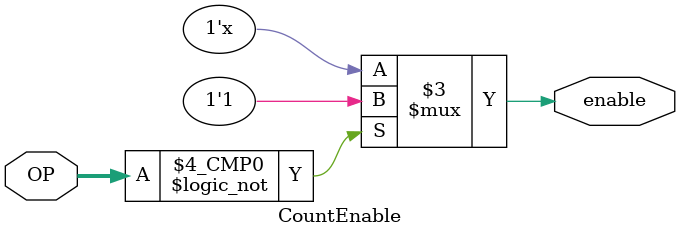
<source format=v>
module CountEnable (enable,OP);
	input[2:0]OP;
	output enable;
	reg enable;		
	
			always@(OP,enable)
		begin
			case(OP)
			3'b000: enable = 1;
			endcase
		end
		
		
		
endmodule
	
</source>
